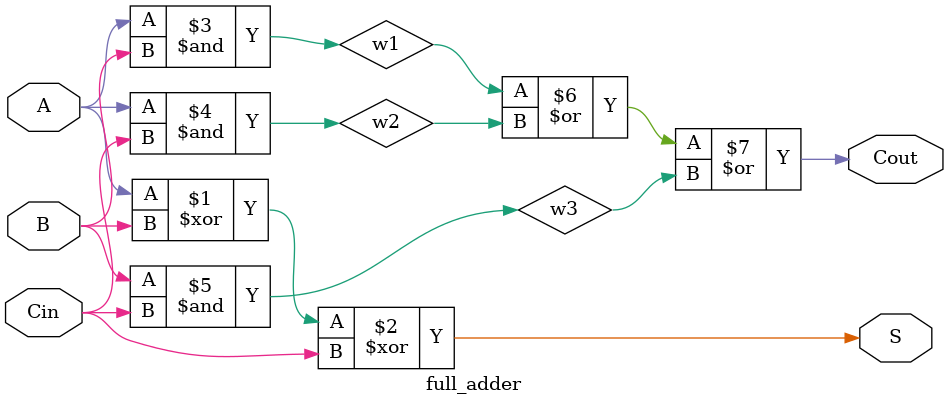
<source format=v>
module  full_adder(S, Cout, A, B, Cin);
    input A, B, Cin;
    output S, Cout;
    wire w1, w2, w3;
    
    xor Sresults(S, A, B, Cin);
    and A_and_B(w1, A, B);
    and A_and_Cin(w2, A, Cin);
    and B_and_Cin(w3, B, Cin);
    or Cresults(Cout, w1, w2, w3);

endmodule
</source>
